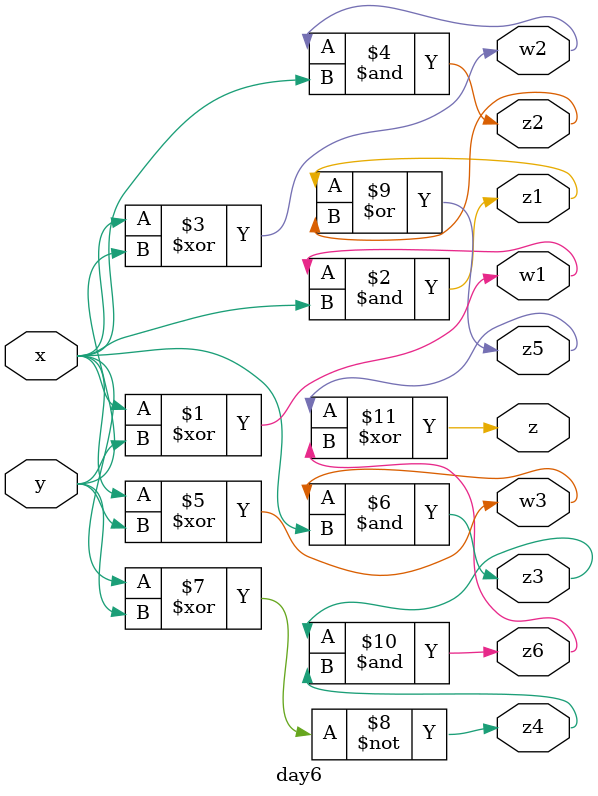
<source format=sv>
module day6(input x, input y, output z1, output z2, output z3, output z4, output
            z, output w1, output w2, output w3, output z5, output z6);
  xor(w1,x,y);
  and(z1,w1,x);
  xor(w2,x,y);
  and(z2,w2,x);
  xor(w3,x,y);
  and(z3,w3,x);
  xnor(z4,x,y);
  or(z5,z1,z2);
  and(z6,z3,z4);
  xor(z,z5,z6);
endmodule

</source>
